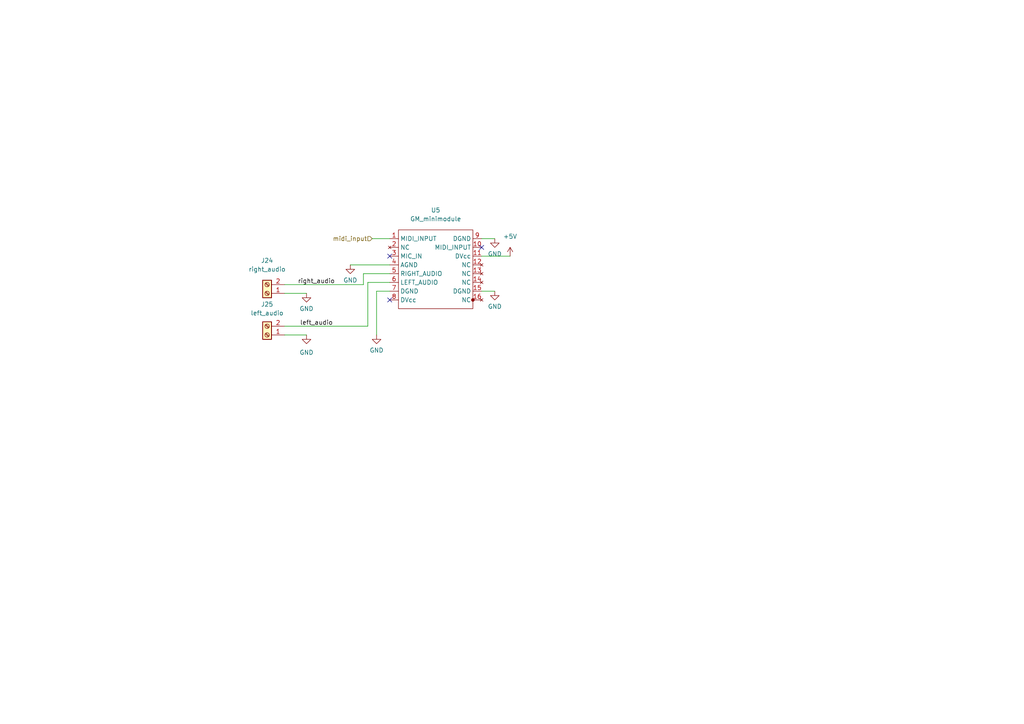
<source format=kicad_sch>
(kicad_sch (version 20211123) (generator eeschema)
  (paper "A4")
  (lib_symbols
    (symbol "Connector:Screw_Terminal_01x02" (pin_names (offset 1.016) hide)
      (property "Reference" "J" (at 0 2.54 0))
      (property "Value" "Screw_Terminal_01x02" (at 0 -5.08 0))
      (symbol "Screw_Terminal_01x02_1_1"
        (rectangle (start -1.27 1.27) (end 1.27 -3.81) (stroke (width 0.254)) (fill (type background)))
        (circle (center 0 -2.54) (radius 0.635) (stroke (width 0.1524)))
        (polyline (pts (xy -0.5334 -2.2098) (xy 0.3302 -3.048)) (stroke (width 0.1524)))
        (polyline (pts (xy -0.5334 0.3302) (xy 0.3302 -0.508)) (stroke (width 0.1524)))
        (polyline (pts (xy -0.3556 -2.032) (xy 0.508 -2.8702)) (stroke (width 0.1524)))
        (polyline (pts (xy -0.3556 0.508) (xy 0.508 -0.3302)) (stroke (width 0.1524)))
        (circle (center 0 0) (radius 0.635) (stroke (width 0.1524)))
        (pin passive line (at -5.08 0 0) (length 3.81) (name "Pin_1") (number "1"))
        (pin passive line (at -5.08 -2.54 0) (length 3.81) (name "Pin_2") (number "2"))
      )
    )
    (symbol "GM-minimodule:GM_minimodule"
      (property "Reference" "U" (at -10.16 8.89 0))
      (property "Value" "GM_minimodule" (at 0 -16.51 0))
      (symbol "GM_minimodule_0_1"
        (rectangle (start -11.43 7.62) (end 10.16 -15.24))
        (rectangle (start 10.16 -12.7) (end 10.16 -12.7))
        (rectangle (start 10.16 -12.7) (end 10.16 -12.7))
        (rectangle (start 10.16 -12.7) (end 10.16 -12.7))
        (rectangle (start 10.16 -12.7) (end 10.16 -12.7))
        (rectangle (start 10.16 -12.7) (end 10.16 -12.7))
        (rectangle (start 10.16 -12.7) (end 10.16 -12.7))
        (rectangle (start 10.16 -12.7) (end 10.16 -12.7))
        (rectangle (start 10.16 -12.7) (end 10.16 -12.7) (stroke (width 1)))
      )
      (symbol "GM_minimodule_1_1"
        (pin passive line (at -13.97 5.08 0) (length 2.54) (name "MIDI_INPUT") (number "1"))
        (pin input line (at 12.7 2.54 180) (length 2.54) (name "MIDI_INPUT") (number "10"))
        (pin power_in line (at 12.7 0 180) (length 2.54) (name "DVcc") (number "11"))
        (pin no_connect line (at 12.7 -2.54 180) (length 2.54) (name "NC") (number "12"))
        (pin no_connect line (at 12.7 -5.08 180) (length 2.54) (name "NC") (number "13"))
        (pin no_connect line (at 12.7 -7.62 180) (length 2.54) (name "NC") (number "14"))
        (pin power_in line (at 12.7 -10.16 180) (length 2.54) (name "DGND") (number "15"))
        (pin no_connect line (at 12.7 -12.7 180) (length 2.54) (name "NC") (number "16"))
        (pin no_connect line (at -13.97 2.54 0) (length 2.54) (name "NC") (number "2"))
        (pin input line (at -13.97 0 0) (length 2.54) (name "MIC_IN") (number "3"))
        (pin power_in line (at -13.97 -2.54 0) (length 2.54) (name "AGND") (number "4"))
        (pin output line (at -13.97 -5.08 0) (length 2.54) (name "RIGHT_AUDIO") (number "5"))
        (pin output line (at -13.97 -7.62 0) (length 2.54) (name "LEFT_AUDIO") (number "6"))
        (pin power_in line (at -13.97 -10.16 0) (length 2.54) (name "DGND") (number "7"))
        (pin power_in line (at -13.97 -12.7 0) (length 2.54) (name "DVcc") (number "8"))
        (pin power_in line (at 12.7 5.08 180) (length 2.54) (name "DGND") (number "9"))
      )
    )
    (symbol "power:+5V" (power) (pin_names (offset 0))
      (property "Value" "+5V" (at 0 3.556 0))
      (symbol "+5V_0_1"
        (polyline (pts (xy -0.762 1.27) (xy 0 2.54)))
        (polyline (pts (xy 0 0) (xy 0 2.54)))
        (polyline (pts (xy 0 2.54) (xy 0.762 1.27)))
      )
      (symbol "+5V_1_1"
        (pin power_in line (at 0 0 90) (length 0) hide (name "+5V") (number "1"))
      )
    )
    (symbol "power:GND" (power) (pin_names (offset 0))
      (property "Value" "GND" (at 0 -3.81 0))
      (symbol "GND_0_1"
        (polyline (pts (xy 0 0) (xy 0 -1.27) (xy 1.27 -1.27) (xy 0 -2.54) (xy -1.27 -1.27) (xy 0 -1.27)))
      )
      (symbol "GND_1_1"
        (pin power_in line (at 0 0 270) (length 0) hide (name "GND") (number "1"))
      )
    )
  )
  (no_connect (at 139.7 71.755))
  (no_connect (at 113.03 86.995))
  (no_connect (at 113.03 74.295))
  (wire (pts (xy 113.03 81.915) (xy 106.68 81.915)))
  (wire (pts (xy 139.7 84.455) (xy 143.51 84.455)))
  (wire (pts (xy 106.68 81.915) (xy 106.68 94.615)))
  (wire (pts (xy 107.95 69.215) (xy 113.03 69.215)))
  (wire (pts (xy 113.03 84.455) (xy 109.22 84.455)))
  (wire (pts (xy 105.41 82.55) (xy 105.41 79.375)))
  (wire (pts (xy 101.6 76.835) (xy 113.03 76.835)))
  (wire (pts (xy 82.55 97.155) (xy 88.9 97.155)))
  (wire (pts (xy 139.7 74.295) (xy 147.955 74.295)))
  (wire (pts (xy 106.68 94.615) (xy 82.55 94.615)))
  (wire (pts (xy 109.22 84.455) (xy 109.22 97.155)))
  (wire (pts (xy 105.41 79.375) (xy 113.03 79.375)))
  (wire (pts (xy 139.7 69.215) (xy 143.51 69.215)))
  (wire (pts (xy 82.55 85.09) (xy 88.9 85.09)))
  (wire (pts (xy 82.55 82.55) (xy 105.41 82.55)))
  (label "left_audio" (at 86.995 94.615 0))
  (label "right_audio" (at 86.36 82.55 0))
  (hierarchical_label "midi_input" (shape input) (at 107.95 69.215 180))
  (symbol (lib_id "power:GND") (at 101.6 76.835 0) (unit 1)
    (property "Reference" "#PWR029" (effects hide))
    (property "Value" "GND" (at 101.6 81.28 0))
  )
  (symbol (lib_id "power:GND") (at 109.22 97.155 0) (unit 1)
    (property "Reference" "#PWR030" (effects hide))
    (property "Value" "GND" (at 109.22 101.6 0))
  )
  (symbol (lib_id "power:+5V") (at 147.955 74.295 0) (unit 1)
    (property "Reference" "#PWR034" (effects hide))
    (property "Value" "+5V" (at 147.955 68.58 0))
  )
  (symbol (lib_id "Connector:Screw_Terminal_01x02") (at 77.47 85.09 180) (unit 1)
    (property "Reference" "J24" (at 77.47 75.565 0))
    (property "Value" "right_audio" (at 77.47 78.105 0))
    (property "Footprint" "Wurth-691137710002:Wurth-691137710002" (effects hide))
  )
  (symbol (lib_id "power:GND") (at 143.51 84.455 0) (unit 1)
    (property "Reference" "#PWR033" (effects hide))
    (property "Value" "GND" (at 143.51 88.9 0))
  )
  (symbol (lib_id "GM-minimodule:GM_minimodule") (at 127 74.295 0) (unit 1)
    (property "Reference" "U5" (at 126.365 60.96 0))
    (property "Value" "GM_minimodule" (at 126.365 63.5 0))
    (property "Footprint" "GM-minimodule:GM minimodule" (effects hide))
  )
  (symbol (lib_id "power:GND") (at 143.51 69.215 0) (unit 1)
    (property "Reference" "#PWR032" (effects hide))
    (property "Value" "GND" (at 143.51 73.66 0))
  )
  (symbol (lib_id "Connector:Screw_Terminal_01x02") (at 77.47 97.155 180) (unit 1)
    (property "Reference" "J25" (at 77.47 88.265 0))
    (property "Value" "left_audio" (at 77.47 90.805 0))
    (property "Footprint" "Wurth-691137710002:Wurth-691137710002" (effects hide))
  )
  (symbol (lib_id "power:GND") (at 88.9 97.155 0) (unit 1)
    (property "Reference" "#PWR028" (effects hide))
    (property "Value" "GND" (at 88.9 102.235 0))
  )
  (symbol (lib_id "power:GND") (at 88.9 85.09 0) (unit 1)
    (property "Reference" "#PWR027" (effects hide))
    (property "Value" "GND" (at 88.9 89.535 0))
  )
)
</source>
